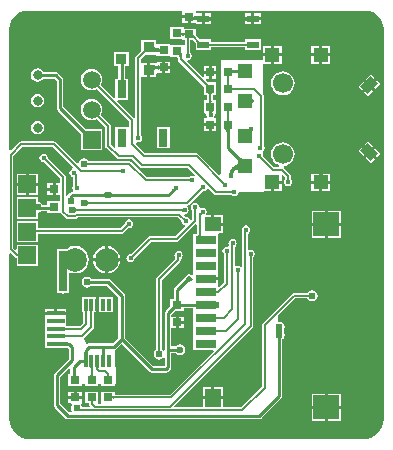
<source format=gbr>
%TF.GenerationSoftware,Altium Limited,Altium Designer,20.0.13 (296)*%
G04 Layer_Physical_Order=2*
G04 Layer_Color=16711680*
%FSLAX25Y25*%
%MOIN*%
%TF.FileFunction,Copper,L2,Bot,Signal*%
%TF.Part,Single*%
G01*
G75*
%TA.AperFunction,SMDPad,CuDef*%
%ADD10R,0.03150X0.02756*%
%ADD12R,0.02756X0.03150*%
%ADD25R,0.03740X0.03543*%
%ADD26R,0.03740X0.03543*%
%TA.AperFunction,Conductor*%
%ADD34C,0.00787*%
%ADD35C,0.00600*%
%ADD36C,0.01000*%
%TA.AperFunction,ViaPad*%
%ADD39C,0.02362*%
%TA.AperFunction,ComponentPad*%
%ADD40R,0.05906X0.05906*%
%ADD41C,0.05906*%
%ADD42C,0.03937*%
%ADD43R,0.05906X0.03150*%
%ADD44O,0.07874X0.04724*%
%TA.AperFunction,ViaPad*%
%ADD45C,0.01968*%
%ADD46C,0.01575*%
%ADD47C,0.02400*%
%ADD48C,0.03150*%
%ADD49C,0.06693*%
%TA.AperFunction,Conductor*%
%ADD50C,0.01181*%
%TA.AperFunction,SMDPad,CuDef*%
%ADD51R,0.03150X0.05906*%
%ADD52R,0.03937X0.02362*%
%TA.AperFunction,ConnectorPad*%
%ADD53R,0.03150X0.02756*%
%TA.AperFunction,SMDPad,CuDef*%
%ADD54R,0.05906X0.05906*%
%ADD55C,0.07874*%
%TA.AperFunction,ConnectorPad*%
%ADD56R,0.05118X0.04724*%
%ADD57R,0.04724X0.05118*%
G04:AMPARAMS|DCode=58|XSize=33.47mil|YSize=47.24mil|CornerRadius=0mil|HoleSize=0mil|Usage=FLASHONLY|Rotation=45.000|XOffset=0mil|YOffset=0mil|HoleType=Round|Shape=Rectangle|*
%AMROTATEDRECTD58*
4,1,4,0.00487,-0.02854,-0.02854,0.00487,-0.00487,0.02854,0.02854,-0.00487,0.00487,-0.02854,0.0*
%
%ADD58ROTATEDRECTD58*%

G04:AMPARAMS|DCode=59|XSize=33.47mil|YSize=47.24mil|CornerRadius=0mil|HoleSize=0mil|Usage=FLASHONLY|Rotation=315.000|XOffset=0mil|YOffset=0mil|HoleType=Round|Shape=Rectangle|*
%AMROTATEDRECTD59*
4,1,4,-0.02854,-0.00487,0.00487,0.02854,0.02854,0.00487,-0.00487,-0.02854,-0.02854,-0.00487,0.0*
%
%ADD59ROTATEDRECTD59*%

%TA.AperFunction,SMDPad,CuDef*%
%ADD60R,0.07087X0.02756*%
%ADD61R,0.05512X0.04724*%
%ADD62R,0.08661X0.08000*%
%ADD63R,0.05512X0.06299*%
%TA.AperFunction,ConnectorPad*%
%ADD64R,0.05906X0.01575*%
%TA.AperFunction,SMDPad,CuDef*%
%ADD65R,0.01260X0.03937*%
%TA.AperFunction,Conductor*%
%ADD66C,0.00984*%
%ADD67R,0.03000X0.13500*%
%ADD68R,0.02000X0.04500*%
%ADD69R,0.02000X0.02000*%
G36*
X62561Y142547D02*
X62591Y142462D01*
X62642Y142387D01*
X62713Y142322D01*
X62804Y142267D01*
X62915Y142222D01*
X63047Y142187D01*
X63181Y142165D01*
X63286Y142174D01*
X63416Y142199D01*
X63526Y142231D01*
X63616Y142271D01*
X63686Y142317D01*
X63736Y142371D01*
X63766Y142432D01*
X63776Y142500D01*
X63788Y140642D01*
X63777Y140737D01*
X63746Y140822D01*
X63695Y140897D01*
X63624Y140962D01*
X63533Y141017D01*
X63422Y141062D01*
X63291Y141097D01*
X63169Y141117D01*
X63047Y141097D01*
X62915Y141062D01*
X62804Y141017D01*
X62713Y140962D01*
X62642Y140897D01*
X62591Y140822D01*
X62561Y140737D01*
X62551Y140642D01*
Y142642D01*
X62561Y142547D01*
D02*
G37*
G36*
X120000Y143878D02*
X121147Y143765D01*
X122249Y143431D01*
X123266Y142888D01*
X124157Y142157D01*
X124888Y141266D01*
X125431Y140250D01*
X125765Y139147D01*
X125878Y138000D01*
X125878D01*
Y8000D01*
X125878Y8000D01*
X125878D01*
X125835Y7510D01*
X125751Y6657D01*
X125359Y5366D01*
X124723Y4176D01*
X123867Y3133D01*
X122824Y2277D01*
X121634Y1641D01*
X120343Y1249D01*
X119016Y1118D01*
X119000Y1122D01*
X8000D01*
X7984Y1118D01*
X6657Y1249D01*
X5366Y1641D01*
X4176Y2277D01*
X3133Y3133D01*
X2277Y4176D01*
X1641Y5366D01*
X1249Y6657D01*
X1118Y7984D01*
X1122Y8000D01*
Y62927D01*
X1584Y63119D01*
X2879Y61824D01*
X3176Y61625D01*
X3373Y61585D01*
X3513Y61523D01*
X3518Y61523D01*
Y58920D01*
X10624D01*
Y66025D01*
X3518D01*
Y64433D01*
X3056Y64241D01*
X2418Y64880D01*
Y95620D01*
X5380Y98582D01*
X15620D01*
X22315Y91887D01*
X22150Y91345D01*
X21959Y91307D01*
X21500Y91000D01*
X21193Y90541D01*
X21085Y90000D01*
X21193Y89459D01*
X21500Y89000D01*
X21959Y88693D01*
X22396Y88606D01*
Y85845D01*
X22193Y85541D01*
X22085Y85000D01*
X22193Y84459D01*
X22418Y84122D01*
X22266Y83708D01*
X22197Y83622D01*
X22000D01*
X22000Y83622D01*
X21571Y83536D01*
X21207Y83293D01*
X21207Y83293D01*
X20707Y82793D01*
X20464Y82429D01*
X20418Y82197D01*
X19918Y82246D01*
Y88500D01*
X19848Y88851D01*
X19649Y89149D01*
X13895Y94902D01*
X13915Y95000D01*
X13807Y95541D01*
X13500Y96000D01*
X13041Y96307D01*
X12500Y96415D01*
X11959Y96307D01*
X11500Y96000D01*
X11193Y95541D01*
X11085Y95000D01*
X11193Y94459D01*
X11500Y94000D01*
X11959Y93693D01*
X12500Y93585D01*
X12597Y93605D01*
X18082Y88120D01*
Y86431D01*
X16500D01*
Y84453D01*
Y82475D01*
X18082D01*
Y80525D01*
X13825D01*
Y79342D01*
X12102D01*
X11798Y79798D01*
X11202Y80196D01*
X10624Y80311D01*
Y81773D01*
X3518D01*
Y74668D01*
X10624D01*
Y76689D01*
X11202Y76804D01*
X11643Y77099D01*
X13825D01*
Y76569D01*
X18175D01*
X18351Y76351D01*
X19951Y74751D01*
X20249Y74552D01*
X20600Y74482D01*
X22870D01*
X23221Y74552D01*
X23519Y74751D01*
X23850Y75082D01*
X57423D01*
X58506Y73999D01*
X58487Y73901D01*
X58595Y73360D01*
X58901Y72901D01*
X59360Y72595D01*
X59552Y72557D01*
X59716Y72014D01*
X56463Y68761D01*
X47843D01*
X47492Y68691D01*
X47194Y68492D01*
X41598Y62895D01*
X41500Y62915D01*
X40959Y62807D01*
X40500Y62500D01*
X40193Y62041D01*
X40085Y61500D01*
X40193Y60959D01*
X40500Y60500D01*
X40959Y60193D01*
X41500Y60085D01*
X42041Y60193D01*
X42500Y60500D01*
X42807Y60959D01*
X42915Y61500D01*
X42895Y61598D01*
X48223Y66926D01*
X56843D01*
X57194Y66996D01*
X57492Y67194D01*
X63120Y72823D01*
X63582Y72631D01*
Y69699D01*
X63551Y69628D01*
X63551Y69624D01*
X62357D01*
Y65793D01*
X62357Y65668D01*
Y65293D01*
X62357Y65168D01*
Y61462D01*
X62357Y61337D01*
Y60962D01*
X62357Y60837D01*
Y57131D01*
X62357Y57006D01*
Y56631D01*
X62357Y56506D01*
Y56100D01*
X61857Y55833D01*
X61618Y55992D01*
X61000Y56115D01*
X60382Y55992D01*
X59858Y55642D01*
X59508Y55118D01*
X59502Y55088D01*
X56207Y51793D01*
X55964Y51429D01*
X55878Y51000D01*
X55878Y51000D01*
Y47931D01*
X54825D01*
Y45561D01*
X53207Y43943D01*
X52964Y43579D01*
X52878Y43150D01*
X52878Y43150D01*
Y30829D01*
X52378Y30677D01*
X52298Y30798D01*
X51918Y31052D01*
Y54120D01*
X57962Y60165D01*
X58161Y60462D01*
X58231Y60813D01*
Y61320D01*
X58500Y61500D01*
X58807Y61959D01*
X58915Y62500D01*
X58807Y63041D01*
X58500Y63500D01*
X58041Y63807D01*
X57500Y63915D01*
X56959Y63807D01*
X56500Y63500D01*
X56193Y63041D01*
X56085Y62500D01*
X56193Y61959D01*
X56396Y61655D01*
Y61194D01*
X50351Y55149D01*
X50152Y54851D01*
X50082Y54500D01*
Y31052D01*
X49702Y30798D01*
X49304Y30202D01*
X49165Y29500D01*
X49304Y28798D01*
X49702Y28202D01*
X50298Y27804D01*
X51000Y27665D01*
X51702Y27804D01*
X52298Y28202D01*
X52378Y28323D01*
X52878Y28171D01*
Y25622D01*
X48965D01*
X39622Y34965D01*
Y49000D01*
X39622Y49000D01*
X39536Y49429D01*
X39293Y49793D01*
X39293Y49793D01*
X34830Y54256D01*
X34466Y54499D01*
X34037Y54585D01*
X34037Y54584D01*
X28440D01*
X28298Y54798D01*
X27702Y55196D01*
X27000Y55335D01*
X26298Y55196D01*
X25702Y54798D01*
X25304Y54202D01*
X25165Y53500D01*
X25304Y52798D01*
X25702Y52202D01*
X26298Y51804D01*
X27000Y51665D01*
X27702Y51804D01*
X28298Y52202D01*
X28391Y52341D01*
X33572D01*
X37378Y48535D01*
Y34965D01*
X35535Y33122D01*
X27500D01*
X27071Y33036D01*
X26789Y33102D01*
X25891Y34659D01*
X26090Y34792D01*
X29117Y37820D01*
X29316Y38117D01*
X29386Y38469D01*
Y43356D01*
X29418Y43427D01*
X29418Y43431D01*
X29937D01*
Y46000D01*
Y48568D01*
X25270D01*
Y44154D01*
X25254Y44125D01*
X25265Y44089D01*
X25251Y44056D01*
X25270Y44008D01*
Y43431D01*
X25551D01*
X25551Y43427D01*
X25582Y43356D01*
Y39880D01*
X24620Y38918D01*
X20219D01*
X20148Y38949D01*
X20143Y38949D01*
Y41946D01*
X20143D01*
Y42618D01*
X16590D01*
X13038D01*
Y41731D01*
X13038D01*
Y39172D01*
Y36613D01*
Y34054D01*
Y31495D01*
X19370D01*
X19409Y31469D01*
X19472Y31482D01*
X19531Y31457D01*
X19622Y31495D01*
X20143D01*
Y31495D01*
X20448Y31544D01*
X20878Y31177D01*
Y27965D01*
X16207Y23293D01*
X15964Y22929D01*
X15878Y22500D01*
X15879Y22500D01*
Y12500D01*
X15878Y12500D01*
X15964Y12071D01*
X16207Y11707D01*
X19707Y8207D01*
X19707Y8207D01*
X20071Y7964D01*
X20500Y7878D01*
X20500Y7878D01*
X84480D01*
X84480Y7878D01*
X84909Y7964D01*
X85273Y8207D01*
X91793Y14727D01*
X91793Y14727D01*
X92036Y15091D01*
X92122Y15520D01*
X92122Y15520D01*
Y34401D01*
X92459Y34541D01*
X92649Y35000D01*
Y35229D01*
X92696Y35298D01*
X92835Y36000D01*
X92696Y36702D01*
X92649Y36771D01*
Y37729D01*
X92696Y37798D01*
X92835Y38500D01*
X92696Y39202D01*
X92649Y39271D01*
Y39500D01*
X92459Y39959D01*
X92000Y40149D01*
X91771D01*
X91702Y40196D01*
X91000Y40335D01*
X90915Y40318D01*
X90526Y40632D01*
X90500Y42000D01*
X90711Y42413D01*
X96380Y48082D01*
X100448D01*
X100702Y47702D01*
X101298Y47304D01*
X102000Y47165D01*
X102702Y47304D01*
X103298Y47702D01*
X103696Y48298D01*
X103835Y49000D01*
X103696Y49702D01*
X103298Y50298D01*
X102702Y50696D01*
X102000Y50835D01*
X101298Y50696D01*
X100702Y50298D01*
X100448Y49918D01*
X96000D01*
X95649Y49848D01*
X95351Y49649D01*
X85559Y39857D01*
X85360Y39559D01*
X85291Y39208D01*
Y18588D01*
X78420Y11718D01*
X72324D01*
Y14390D01*
X68968D01*
X65613D01*
Y11718D01*
X56169D01*
X55977Y12180D01*
X82149Y38351D01*
X82348Y38649D01*
X82418Y39000D01*
Y61945D01*
X82500Y62000D01*
X82807Y62459D01*
X82915Y63000D01*
X82807Y63541D01*
X82500Y64000D01*
X82041Y64307D01*
X81500Y64415D01*
X81018Y64319D01*
X80849Y64366D01*
X80518Y64543D01*
Y69688D01*
X80541Y69693D01*
X81000Y70000D01*
X81307Y70459D01*
X81415Y71000D01*
X81307Y71541D01*
X81000Y72000D01*
X80541Y72307D01*
X80000Y72415D01*
X79459Y72307D01*
X79000Y72000D01*
X78693Y71541D01*
X78585Y71000D01*
X78682Y70513D01*
Y58830D01*
X78675Y58823D01*
X78182Y58609D01*
X77886Y58807D01*
X77344Y58915D01*
X76818Y58810D01*
X76802Y58807D01*
X76318Y59084D01*
Y65378D01*
X76500Y65500D01*
X76807Y65959D01*
X76915Y66500D01*
X76807Y67041D01*
X76500Y67500D01*
X76041Y67807D01*
X75500Y67915D01*
X74959Y67807D01*
X74500Y67500D01*
X74193Y67041D01*
X74085Y66500D01*
X74193Y65959D01*
X74325Y65761D01*
X74060Y65313D01*
X73982Y65291D01*
X73500Y65387D01*
X72959Y65279D01*
X72500Y64973D01*
X72193Y64514D01*
X72085Y63973D01*
X72193Y63431D01*
X72500Y62972D01*
X72582Y62917D01*
Y53380D01*
X71105Y51903D01*
X70997Y51948D01*
X70643Y52301D01*
Y52676D01*
X70643D01*
Y54154D01*
X66500D01*
Y55154D01*
X70643D01*
Y56506D01*
X70643Y56631D01*
Y57006D01*
X70643Y57131D01*
Y60837D01*
X70643Y60962D01*
Y61337D01*
X70643Y61462D01*
Y65168D01*
X70643Y65293D01*
Y65668D01*
X70643Y65793D01*
Y69624D01*
X71070Y69802D01*
X72324D01*
Y72264D01*
X68968D01*
Y72764D01*
X68468D01*
Y75726D01*
X66919D01*
X66651Y76226D01*
X66807Y76459D01*
X66915Y77000D01*
X66807Y77541D01*
X66500Y78000D01*
X66041Y78307D01*
X65500Y78415D01*
X64959Y78307D01*
X64875Y78251D01*
X64415Y78500D01*
X64307Y79041D01*
X64000Y79500D01*
X63541Y79807D01*
X63000Y79915D01*
X62459Y79807D01*
X62000Y79500D01*
X61693Y79041D01*
X61585Y78500D01*
X61693Y77959D01*
X62000Y77500D01*
X62082Y77444D01*
Y74444D01*
X61692Y74116D01*
X61247Y74251D01*
X61208Y74443D01*
X60902Y74902D01*
X60443Y75208D01*
X59901Y75316D01*
X59859Y75308D01*
X59562Y75569D01*
X59494Y75645D01*
X59685Y76122D01*
X60041Y76193D01*
X60500Y76500D01*
X60807Y76959D01*
X60915Y77500D01*
X60807Y78041D01*
X60500Y78500D01*
X60377Y78582D01*
X60384Y78817D01*
X60498Y79103D01*
X60743Y79152D01*
X61041Y79351D01*
X65619Y83930D01*
X65807Y83892D01*
X66348Y84000D01*
X66807Y84307D01*
X66960Y84535D01*
X67560Y84642D01*
X69351Y82851D01*
X69649Y82652D01*
X70000Y82582D01*
X75066D01*
X75121Y82500D01*
X75581Y82193D01*
X76122Y82085D01*
X76663Y82193D01*
X77122Y82500D01*
X77429Y82959D01*
X77536Y83500D01*
X85196Y83500D01*
X85519Y83500D01*
X85904Y83778D01*
X88240D01*
Y86740D01*
X88740D01*
Y87240D01*
X91899D01*
Y89096D01*
X92399Y89303D01*
X93082Y88620D01*
Y88055D01*
X93000Y88000D01*
X92693Y87541D01*
X92585Y87000D01*
X92693Y86459D01*
X93000Y86000D01*
X93459Y85693D01*
X94000Y85585D01*
X94541Y85693D01*
X95000Y86000D01*
X95307Y86459D01*
X95415Y87000D01*
X95307Y87541D01*
X95000Y88000D01*
X94918Y88055D01*
Y89000D01*
X94848Y89351D01*
X94649Y89649D01*
X92649Y91649D01*
X92520Y91735D01*
X92641Y92256D01*
X93314Y92344D01*
X94274Y92742D01*
X95098Y93374D01*
X95731Y94199D01*
X96128Y95159D01*
X96264Y96189D01*
X96128Y97219D01*
X95731Y98179D01*
X95098Y99004D01*
X94274Y99636D01*
X93314Y100034D01*
X92283Y100170D01*
X91253Y100034D01*
X90293Y99636D01*
X89469Y99004D01*
X88836Y98179D01*
X88439Y97219D01*
X88303Y96189D01*
X88439Y95159D01*
X88836Y94199D01*
X89469Y93374D01*
X90293Y92742D01*
X91076Y92418D01*
X90976Y91918D01*
X89252D01*
X85767Y95402D01*
X85786Y95500D01*
X85679Y96041D01*
X85519Y96281D01*
Y96971D01*
X85825Y97176D01*
X86131Y97634D01*
X86239Y98176D01*
X86131Y98717D01*
X85918Y99037D01*
Y115500D01*
X85848Y115851D01*
X85649Y116149D01*
X85519Y116279D01*
Y125823D01*
X85581Y126298D01*
X86019Y126298D01*
X88240D01*
Y128760D01*
X85581D01*
Y127974D01*
X85519Y127500D01*
X85081Y127500D01*
X71500D01*
Y89451D01*
X71038Y89260D01*
X64149Y96149D01*
X63851Y96348D01*
X63500Y96418D01*
X46380D01*
X43239Y99558D01*
X43269Y99760D01*
X43271Y99765D01*
X43820Y100121D01*
X44000Y100085D01*
X44541Y100193D01*
X45000Y100500D01*
X45307Y100959D01*
X45415Y101500D01*
X45307Y102041D01*
X45000Y102500D01*
X44918Y102556D01*
Y121487D01*
X45156Y121888D01*
X45418Y121888D01*
X47126D01*
Y124260D01*
Y126631D01*
X45418D01*
X45156Y126631D01*
X44918Y127033D01*
Y127832D01*
X46454Y129368D01*
X49351D01*
X49412Y129335D01*
X49451Y129346D01*
X49488Y129331D01*
X49577Y129368D01*
X50096D01*
X50325Y128975D01*
X54597Y128975D01*
X54825Y128569D01*
X54903Y128569D01*
X54903Y128569D01*
X57129D01*
X57135Y128508D01*
X57138Y128377D01*
X57168Y128310D01*
Y127866D01*
X57245Y127478D01*
X57465Y127150D01*
X66069Y118545D01*
Y115825D01*
X66996D01*
X67001Y115765D01*
X67004Y115633D01*
X67034Y115566D01*
Y114434D01*
X67004Y114367D01*
X67001Y114238D01*
X66995Y114175D01*
X66069D01*
Y109825D01*
X66373D01*
X66783Y109325D01*
X66773Y109273D01*
X66881Y108732D01*
X66918Y108675D01*
X66651Y108175D01*
X66069D01*
Y106500D01*
X68047D01*
X70025D01*
Y108175D01*
X69724D01*
X69456Y108675D01*
X69494Y108732D01*
X69602Y109273D01*
X69592Y109325D01*
X70002Y109825D01*
X70025D01*
Y114175D01*
X69099D01*
X69094Y114238D01*
X69090Y114367D01*
X69060Y114434D01*
Y115566D01*
X69090Y115633D01*
X69094Y115765D01*
X69099Y115825D01*
X70025D01*
Y120175D01*
X67305D01*
X66617Y120863D01*
X66808Y121325D01*
X67547D01*
Y123000D01*
X66069D01*
Y122064D01*
X65607Y121873D01*
X60381Y127099D01*
X60440Y127342D01*
X60585Y127602D01*
X61041Y127693D01*
X61500Y128000D01*
X61807Y128459D01*
X61915Y129000D01*
X61807Y129541D01*
X61500Y130000D01*
X61418Y130055D01*
Y133993D01*
X61449Y134064D01*
X61449Y134069D01*
X62247D01*
X63164Y133153D01*
Y130888D01*
X66912D01*
X67001Y130871D01*
X67089Y130888D01*
X68301D01*
Y131720D01*
X68305Y131720D01*
X68376Y131752D01*
X79624D01*
X79694Y131720D01*
X79699Y131720D01*
Y130888D01*
X84836D01*
Y134450D01*
X79699D01*
Y133619D01*
X79694Y133618D01*
X79624Y133587D01*
X68376D01*
X68305Y133618D01*
X68301Y133619D01*
Y134450D01*
X64461D01*
X63175Y135737D01*
Y138025D01*
X59175D01*
Y138431D01*
X54825D01*
Y134475D01*
X58825D01*
Y134069D01*
X59551D01*
X59551Y134064D01*
X59582Y133993D01*
Y132748D01*
X59175Y132525D01*
X54903Y132525D01*
X54675Y132931D01*
X54597Y132931D01*
X54597Y132931D01*
X50325D01*
X50096Y133336D01*
Y134112D01*
X45156D01*
Y130666D01*
X43351Y128861D01*
X43152Y128564D01*
X43082Y128213D01*
Y108400D01*
X42851Y108266D01*
X42582Y108215D01*
X37012Y113785D01*
X37204Y114247D01*
X40775D01*
Y121353D01*
X39722D01*
Y125628D01*
X40844D01*
Y130372D01*
X35904D01*
Y125628D01*
X37478D01*
Y121353D01*
X36425D01*
Y115026D01*
X35963Y114834D01*
X31597Y119200D01*
X31603Y119208D01*
X31961Y120073D01*
X32083Y121000D01*
X31961Y121927D01*
X31603Y122792D01*
X31034Y123534D01*
X30292Y124103D01*
X29427Y124461D01*
X28500Y124583D01*
X27573Y124461D01*
X26708Y124103D01*
X25966Y123534D01*
X25397Y122792D01*
X25039Y121927D01*
X24917Y121000D01*
X25039Y120073D01*
X25397Y119208D01*
X25966Y118466D01*
X26708Y117897D01*
X27573Y117539D01*
X28500Y117417D01*
X29427Y117539D01*
X30292Y117897D01*
X30300Y117903D01*
X41082Y107120D01*
Y105556D01*
X40785Y105179D01*
X40582Y105179D01*
X36435D01*
Y98569D01*
X35935Y98362D01*
X34918Y99380D01*
Y105500D01*
X34848Y105851D01*
X34649Y106149D01*
X31597Y109200D01*
X31603Y109208D01*
X31961Y110073D01*
X32083Y111000D01*
X31961Y111927D01*
X31603Y112792D01*
X31034Y113534D01*
X30292Y114103D01*
X29427Y114461D01*
X28500Y114583D01*
X27573Y114461D01*
X26708Y114103D01*
X25966Y113534D01*
X25397Y112792D01*
X25039Y111927D01*
X24917Y111000D01*
X25039Y110073D01*
X25397Y109208D01*
X25966Y108466D01*
X26708Y107897D01*
X27573Y107539D01*
X28500Y107417D01*
X29427Y107539D01*
X30292Y107897D01*
X30300Y107903D01*
X33082Y105120D01*
Y99000D01*
X33152Y98649D01*
X33351Y98351D01*
X36851Y94851D01*
X37149Y94652D01*
X37500Y94582D01*
X41886D01*
X44617Y91851D01*
X44915Y91652D01*
X45266Y91582D01*
X60620D01*
X62873Y89329D01*
X62768Y88727D01*
X62705Y88698D01*
X62541Y88807D01*
X62000Y88915D01*
X61459Y88807D01*
X61000Y88500D01*
X60944Y88418D01*
X46880D01*
X41649Y93649D01*
X41351Y93848D01*
X41000Y93918D01*
X27552D01*
X27298Y94298D01*
X26702Y94696D01*
X26000Y94835D01*
X25298Y94696D01*
X24702Y94298D01*
X24304Y93702D01*
X24221Y93284D01*
X23679Y93119D01*
X16649Y100149D01*
X16351Y100348D01*
X16000Y100418D01*
X5000D01*
X4649Y100348D01*
X4351Y100149D01*
X1584Y97381D01*
X1122Y97573D01*
Y138000D01*
X1122D01*
X1235Y139147D01*
X1569Y140250D01*
X2112Y141266D01*
X2843Y142157D01*
X3734Y142888D01*
X4750Y143431D01*
X5853Y143765D01*
X7000Y143878D01*
Y143878D01*
X58825D01*
Y142453D01*
X61000D01*
Y141953D01*
X61500D01*
Y139975D01*
X63164D01*
Y139550D01*
X65232D01*
Y141331D01*
Y143112D01*
X63175D01*
Y143878D01*
X120000D01*
Y143878D01*
D02*
G37*
G36*
X59437Y135447D02*
X59431Y135504D01*
X59413Y135555D01*
X59383Y135600D01*
X59341Y135639D01*
X59287Y135672D01*
X59221Y135699D01*
X59143Y135720D01*
X59053Y135735D01*
X58998Y135740D01*
X58943Y135735D01*
X58851Y135720D01*
X58771Y135699D01*
X58704Y135672D01*
X58649Y135639D01*
X58606Y135600D01*
X58575Y135555D01*
X58557Y135504D01*
X58551Y135447D01*
Y136647D01*
X58557Y136590D01*
X58575Y136539D01*
X58606Y136494D01*
X58649Y136455D01*
X58704Y136422D01*
X58771Y136395D01*
X58851Y136374D01*
X58943Y136359D01*
X58998Y136354D01*
X59053Y136359D01*
X59143Y136374D01*
X59221Y136395D01*
X59287Y136422D01*
X59341Y136455D01*
X59383Y136494D01*
X59413Y136539D01*
X59431Y136590D01*
X59437Y136647D01*
Y135447D01*
D02*
G37*
G36*
X61043Y134687D02*
X60992Y134669D01*
X60947Y134638D01*
X60908Y134595D01*
X60875Y134540D01*
X60848Y134473D01*
X60827Y134393D01*
X60812Y134302D01*
X60803Y134198D01*
X60800Y134081D01*
X60200D01*
X60197Y134198D01*
X60188Y134302D01*
X60173Y134393D01*
X60152Y134473D01*
X60125Y134540D01*
X60092Y134595D01*
X60053Y134638D01*
X60008Y134669D01*
X59957Y134687D01*
X59900Y134693D01*
X61100D01*
X61043Y134687D01*
D02*
G37*
G36*
X80323Y132069D02*
X80317Y132126D01*
X80299Y132177D01*
X80268Y132222D01*
X80225Y132261D01*
X80170Y132294D01*
X80103Y132321D01*
X80023Y132342D01*
X79931Y132357D01*
X79827Y132366D01*
X79711Y132369D01*
Y132969D01*
X79827Y132972D01*
X79931Y132981D01*
X80023Y132996D01*
X80103Y133017D01*
X80170Y133044D01*
X80225Y133077D01*
X80268Y133116D01*
X80299Y133161D01*
X80317Y133212D01*
X80323Y133269D01*
Y132069D01*
D02*
G37*
G36*
X67683Y133212D02*
X67701Y133161D01*
X67732Y133116D01*
X67775Y133077D01*
X67830Y133044D01*
X67897Y133017D01*
X67977Y132996D01*
X68068Y132981D01*
X68173Y132972D01*
X68289Y132969D01*
Y132369D01*
X68173Y132366D01*
X68068Y132357D01*
X67977Y132342D01*
X67897Y132321D01*
X67830Y132294D01*
X67775Y132261D01*
X67732Y132222D01*
X67701Y132177D01*
X67683Y132126D01*
X67677Y132069D01*
Y133269D01*
X67683Y133212D01*
D02*
G37*
G36*
X50949Y129953D02*
X50939Y130048D01*
X50909Y130133D01*
X50858Y130208D01*
X50787Y130273D01*
X50696Y130328D01*
X50585Y130373D01*
X50453Y130408D01*
X50301Y130433D01*
X50208Y130441D01*
X50124Y130434D01*
X49974Y130410D01*
X49844Y130377D01*
X49734Y130335D01*
X49644Y130283D01*
X49574Y130221D01*
X49524Y130150D01*
X49494Y130070D01*
X49484Y129981D01*
X49472Y131953D01*
X49483Y131858D01*
X49514Y131773D01*
X49564Y131698D01*
X49635Y131633D01*
X49727Y131578D01*
X49838Y131533D01*
X49969Y131498D01*
X50121Y131473D01*
X50211Y131465D01*
X50301Y131473D01*
X50453Y131498D01*
X50585Y131533D01*
X50696Y131578D01*
X50787Y131633D01*
X50858Y131698D01*
X50909Y131773D01*
X50939Y131858D01*
X50949Y131953D01*
Y129953D01*
D02*
G37*
G36*
X58563Y129181D02*
X58565Y129173D01*
X58567Y129150D01*
X58572Y128984D01*
X58575Y128394D01*
X57787D01*
X57784Y128545D01*
X57772Y128680D01*
X57752Y128800D01*
X57724Y128904D01*
X57689Y128991D01*
X57646Y129063D01*
X57595Y129120D01*
X57535Y129160D01*
X57468Y129185D01*
X57394Y129193D01*
X58563Y129181D01*
D02*
G37*
G36*
X77347Y122764D02*
X77337Y122857D01*
X77307Y122941D01*
X77257Y123015D01*
X77187Y123079D01*
X77098Y123133D01*
X76988Y123177D01*
X76859Y123212D01*
X76709Y123236D01*
X76540Y123251D01*
X76351Y123256D01*
Y124240D01*
X76540Y124245D01*
X76709Y124260D01*
X76859Y124284D01*
X76988Y124319D01*
X77098Y124363D01*
X77187Y124417D01*
X77257Y124481D01*
X77307Y124555D01*
X77337Y124639D01*
X77347Y124732D01*
Y122764D01*
D02*
G37*
G36*
X75317Y124639D02*
X75347Y124555D01*
X75396Y124481D01*
X75466Y124417D01*
X75556Y124363D01*
X75665Y124319D01*
X75795Y124284D01*
X75944Y124260D01*
X76114Y124245D01*
X76303Y124240D01*
Y123256D01*
X76114Y123251D01*
X75944Y123236D01*
X75795Y123212D01*
X75665Y123177D01*
X75556Y123133D01*
X75466Y123079D01*
X75396Y123015D01*
X75347Y122941D01*
X75317Y122857D01*
X75307Y122764D01*
Y124732D01*
X75317Y124639D01*
D02*
G37*
G36*
X74292Y123133D02*
X74284Y123096D01*
X74276Y123040D01*
X74265Y122871D01*
X74253Y122126D01*
X73653D01*
X73605Y123152D01*
X74301D01*
X74292Y123133D01*
D02*
G37*
G36*
X74496Y121943D02*
X74445Y121925D01*
X74400Y121894D01*
X74361Y121851D01*
X74328Y121796D01*
X74301Y121729D01*
X74280Y121649D01*
X74265Y121557D01*
X74256Y121453D01*
X74253Y121337D01*
X73653D01*
X73650Y121453D01*
X73641Y121557D01*
X73626Y121649D01*
X73605Y121729D01*
X73578Y121796D01*
X73545Y121851D01*
X73506Y121894D01*
X73461Y121925D01*
X73410Y121943D01*
X73353Y121949D01*
X74553D01*
X74496Y121943D01*
D02*
G37*
G36*
X74256Y120049D02*
X74265Y119947D01*
X74280Y119857D01*
X74301Y119779D01*
X74328Y119713D01*
X74361Y119659D01*
X74400Y119617D01*
X74445Y119587D01*
X74496Y119569D01*
X74553Y119563D01*
X73353D01*
X73410Y119569D01*
X73461Y119587D01*
X73506Y119617D01*
X73545Y119659D01*
X73578Y119713D01*
X73605Y119779D01*
X73626Y119857D01*
X73641Y119947D01*
X73650Y120049D01*
X73653Y120163D01*
X74253D01*
X74256Y120049D01*
D02*
G37*
G36*
X75313Y118394D02*
X75331Y118343D01*
X75362Y118298D01*
X75405Y118260D01*
X75460Y118227D01*
X75527Y118200D01*
X75607Y118178D01*
X75698Y118164D01*
X75802Y118155D01*
X75919Y118151D01*
Y117552D01*
X75802Y117549D01*
X75698Y117540D01*
X75607Y117525D01*
X75527Y117503D01*
X75460Y117476D01*
X75405Y117444D01*
X75362Y117404D01*
X75331Y117359D01*
X75313Y117308D01*
X75307Y117252D01*
Y118451D01*
X75313Y118394D01*
D02*
G37*
G36*
X68760Y116441D02*
X68693Y116417D01*
X68634Y116377D01*
X68583Y116321D01*
X68539Y116249D01*
X68504Y116161D01*
X68476Y116058D01*
X68457Y115938D01*
X68445Y115802D01*
X68441Y115650D01*
X67654D01*
X67650Y115802D01*
X67638Y115938D01*
X67618Y116058D01*
X67590Y116161D01*
X67555Y116249D01*
X67512Y116321D01*
X67461Y116377D01*
X67402Y116417D01*
X67335Y116441D01*
X67260Y116449D01*
X68835D01*
X68760Y116441D01*
D02*
G37*
G36*
X68445Y114201D02*
X68457Y114067D01*
X68476Y113949D01*
X68504Y113846D01*
X68539Y113760D01*
X68583Y113689D01*
X68634Y113634D01*
X68693Y113594D01*
X68760Y113571D01*
X68835Y113563D01*
X67260D01*
X67335Y113571D01*
X67402Y113594D01*
X67461Y113634D01*
X67512Y113689D01*
X67555Y113760D01*
X67590Y113846D01*
X67618Y113949D01*
X67638Y114067D01*
X67650Y114201D01*
X67654Y114350D01*
X68441D01*
X68445Y114201D01*
D02*
G37*
G36*
X74496Y110443D02*
X74445Y110425D01*
X74400Y110394D01*
X74361Y110351D01*
X74328Y110296D01*
X74301Y110229D01*
X74280Y110149D01*
X74265Y110057D01*
X74256Y109953D01*
X74253Y109837D01*
X73653D01*
X73650Y109953D01*
X73641Y110057D01*
X73626Y110149D01*
X73605Y110229D01*
X73578Y110296D01*
X73545Y110351D01*
X73506Y110394D01*
X73461Y110425D01*
X73410Y110443D01*
X73353Y110449D01*
X74553D01*
X74496Y110443D01*
D02*
G37*
G36*
X68900Y110441D02*
X68833Y110417D01*
X68774Y110377D01*
X68723Y110321D01*
X68680Y110249D01*
X68644Y110161D01*
X68619Y110067D01*
X68621Y110060D01*
X68638Y110004D01*
X68658Y109953D01*
X68682Y109908D01*
X68709Y109869D01*
X68739Y109835D01*
X68588D01*
X68585Y109802D01*
X68581Y109650D01*
X67794D01*
X67790Y109802D01*
X67787Y109835D01*
X67636D01*
X67666Y109869D01*
X67693Y109908D01*
X67717Y109953D01*
X67737Y110004D01*
X67754Y110060D01*
X67756Y110067D01*
X67731Y110161D01*
X67695Y110249D01*
X67652Y110321D01*
X67601Y110377D01*
X67542Y110417D01*
X67475Y110441D01*
X67400Y110449D01*
X68975D01*
X68900Y110441D01*
D02*
G37*
G36*
X74256Y108049D02*
X74265Y107947D01*
X74280Y107857D01*
X74301Y107779D01*
X74328Y107713D01*
X74361Y107659D01*
X74400Y107617D01*
X74445Y107587D01*
X74496Y107569D01*
X74553Y107563D01*
X73353D01*
X73410Y107569D01*
X73461Y107587D01*
X73506Y107617D01*
X73545Y107659D01*
X73578Y107713D01*
X73605Y107779D01*
X73626Y107857D01*
X73641Y107947D01*
X73650Y108049D01*
X73653Y108163D01*
X74253D01*
X74256Y108049D01*
D02*
G37*
G36*
X74301Y106348D02*
X73605D01*
X73614Y106367D01*
X73622Y106404D01*
X73629Y106460D01*
X73641Y106629D01*
X73653Y107374D01*
X74253D01*
X74301Y106348D01*
D02*
G37*
G36*
X74844Y104439D02*
X74760Y104409D01*
X74686Y104359D01*
X74622Y104290D01*
X74568Y104200D01*
X74524Y104091D01*
X74489Y103961D01*
X74465Y103812D01*
X74450Y103642D01*
X74445Y103453D01*
X73461D01*
X73456Y103642D01*
X73441Y103812D01*
X73416Y103961D01*
X73382Y104091D01*
X73338Y104200D01*
X73283Y104290D01*
X73220Y104359D01*
X73146Y104409D01*
X73062Y104439D01*
X72969Y104449D01*
X74937D01*
X74844Y104439D01*
D02*
G37*
G36*
X77538Y95299D02*
X77901Y94990D01*
X78061Y94878D01*
X78208Y94793D01*
X78340Y94736D01*
X78458Y94707D01*
X78562Y94706D01*
X78651Y94732D01*
X78727Y94787D01*
X77347Y93407D01*
X77401Y93483D01*
X77428Y93572D01*
X77427Y93676D01*
X77398Y93794D01*
X77341Y93926D01*
X77256Y94072D01*
X77144Y94233D01*
X77003Y94407D01*
X76639Y94799D01*
X77335Y95495D01*
X77538Y95299D01*
D02*
G37*
G36*
X77347Y90804D02*
X77337Y90906D01*
X77307Y90986D01*
X77257Y91045D01*
X77188Y91083D01*
X77098Y91099D01*
X76988Y91095D01*
X76859Y91069D01*
X76710Y91021D01*
X76540Y90952D01*
X76351Y90863D01*
X76249Y92279D01*
X76458Y92390D01*
X76809Y92616D01*
X76952Y92730D01*
X77072Y92845D01*
X77171Y92962D01*
X77248Y93079D01*
X77303Y93197D01*
X77336Y93316D01*
X77347Y93436D01*
Y90804D01*
D02*
G37*
G36*
X38582Y90093D02*
X38531Y90141D01*
X38478Y90183D01*
X38421Y90221D01*
X38361Y90254D01*
X38299Y90281D01*
X38234Y90304D01*
X38166Y90321D01*
X38095Y90334D01*
X38021Y90342D01*
X37944Y90344D01*
Y90944D01*
X38021Y90947D01*
X38095Y90954D01*
X38166Y90967D01*
X38234Y90984D01*
X38299Y91007D01*
X38361Y91035D01*
X38421Y91067D01*
X38478Y91105D01*
X38531Y91148D01*
X38582Y91195D01*
Y90093D01*
D02*
G37*
G36*
X23266Y89800D02*
X23269Y89767D01*
X23279Y89731D01*
X23295Y89692D01*
X23317Y89651D01*
X23346Y89606D01*
X23381Y89559D01*
X23471Y89455D01*
X23526Y89399D01*
X23101Y88974D01*
X23045Y89029D01*
X22941Y89119D01*
X22894Y89154D01*
X22849Y89183D01*
X22808Y89205D01*
X22769Y89221D01*
X22733Y89231D01*
X22700Y89234D01*
X22670Y89231D01*
X23269Y89830D01*
X23266Y89800D01*
D02*
G37*
G36*
X56492Y84213D02*
X56475Y84210D01*
X56453Y84200D01*
X56426Y84183D01*
X56393Y84160D01*
X56313Y84094D01*
X56211Y84001D01*
X56089Y83882D01*
X55382Y84589D01*
X55445Y84653D01*
X55683Y84926D01*
X55700Y84953D01*
X55709Y84975D01*
X55713Y84992D01*
X56492Y84213D01*
D02*
G37*
G36*
X34927Y83275D02*
X35002Y83218D01*
X35083Y83167D01*
X35170Y83122D01*
X35262Y83085D01*
X35360Y83054D01*
X35464Y83031D01*
X35574Y83014D01*
X35690Y83003D01*
X35811Y83000D01*
Y82000D01*
X35690Y81997D01*
X35574Y81986D01*
X35464Y81969D01*
X35360Y81946D01*
X35262Y81915D01*
X35170Y81878D01*
X35083Y81833D01*
X35002Y81782D01*
X34927Y81725D01*
X34857Y81660D01*
Y83340D01*
X34927Y83275D01*
D02*
G37*
G36*
X33143Y81660D02*
X33073Y81725D01*
X32998Y81782D01*
X32917Y81833D01*
X32830Y81878D01*
X32738Y81915D01*
X32640Y81946D01*
X32536Y81969D01*
X32426Y81986D01*
X32310Y81997D01*
X32189Y82000D01*
Y83000D01*
X32310Y83003D01*
X32426Y83014D01*
X32536Y83031D01*
X32640Y83054D01*
X32738Y83085D01*
X32830Y83122D01*
X32917Y83167D01*
X32998Y83218D01*
X33073Y83275D01*
X33143Y83340D01*
Y81660D01*
D02*
G37*
G36*
X26963Y80737D02*
X27171Y80565D01*
X27275Y80494D01*
X27378Y80435D01*
X27480Y80386D01*
X27582Y80349D01*
X27682Y80322D01*
X27782Y80305D01*
X27882Y80300D01*
Y79700D01*
X27782Y79695D01*
X27682Y79678D01*
X27582Y79651D01*
X27480Y79614D01*
X27378Y79565D01*
X27275Y79506D01*
X27171Y79435D01*
X27067Y79354D01*
X26963Y79263D01*
X26857Y79160D01*
Y80840D01*
X26963Y80737D01*
D02*
G37*
G36*
X10010Y79125D02*
X10040Y79040D01*
X10091Y78966D01*
X10161Y78900D01*
X10253Y78846D01*
X10364Y78800D01*
X10496Y78765D01*
X10647Y78741D01*
X10819Y78725D01*
X11012Y78720D01*
Y77720D01*
X10819Y77715D01*
X10647Y77701D01*
X10496Y77675D01*
X10364Y77640D01*
X10253Y77596D01*
X10161Y77540D01*
X10091Y77476D01*
X10040Y77400D01*
X10010Y77315D01*
X10000Y77220D01*
Y79220D01*
X10010Y79125D01*
D02*
G37*
G36*
X58938Y76949D02*
X58887Y76996D01*
X58833Y77039D01*
X58777Y77077D01*
X58717Y77110D01*
X58655Y77137D01*
X58590Y77160D01*
X58522Y77177D01*
X58451Y77190D01*
X58376Y77197D01*
X58299Y77200D01*
Y77800D01*
X58376Y77802D01*
X58451Y77810D01*
X58522Y77823D01*
X58590Y77840D01*
X58655Y77863D01*
X58717Y77890D01*
X58777Y77923D01*
X58833Y77961D01*
X58887Y78004D01*
X58938Y78051D01*
Y76949D01*
D02*
G37*
G36*
X22963Y78237D02*
X23171Y78065D01*
X23275Y77994D01*
X23378Y77935D01*
X23480Y77886D01*
X23582Y77849D01*
X23682Y77822D01*
X23782Y77805D01*
X23882Y77800D01*
Y77200D01*
X23782Y77195D01*
X23682Y77178D01*
X23582Y77151D01*
X23480Y77114D01*
X23378Y77065D01*
X23275Y77006D01*
X23171Y76935D01*
X23067Y76854D01*
X22963Y76763D01*
X22857Y76660D01*
Y78340D01*
X22963Y78237D01*
D02*
G37*
G36*
X65492Y76213D02*
X65422Y76210D01*
X65354Y76203D01*
X65288Y76190D01*
X65223Y76171D01*
X65159Y76146D01*
X65097Y76116D01*
X65036Y76080D01*
X64977Y76039D01*
X64920Y75992D01*
X64863Y75939D01*
X64439Y76363D01*
X64492Y76420D01*
X64539Y76477D01*
X64580Y76536D01*
X64616Y76597D01*
X64646Y76659D01*
X64671Y76723D01*
X64689Y76788D01*
X64703Y76854D01*
X64710Y76923D01*
X64713Y76992D01*
X65492Y76213D01*
D02*
G37*
G36*
X64803Y69495D02*
X64812Y69391D01*
X64827Y69300D01*
X64848Y69220D01*
X64875Y69153D01*
X64908Y69098D01*
X64947Y69055D01*
X64992Y69024D01*
X65043Y69006D01*
X65100Y69000D01*
X63900D01*
X63957Y69006D01*
X64008Y69024D01*
X64053Y69055D01*
X64092Y69098D01*
X64125Y69153D01*
X64152Y69220D01*
X64173Y69300D01*
X64188Y69391D01*
X64197Y69495D01*
X64200Y69612D01*
X64800D01*
X64803Y69495D01*
D02*
G37*
G36*
X4130Y61872D02*
X4124Y61929D01*
X4106Y61980D01*
X4076Y62025D01*
X4034Y62064D01*
X3980Y62097D01*
X3914Y62124D01*
X3836Y62145D01*
X3746Y62160D01*
X3644Y62169D01*
X3530Y62172D01*
Y62772D01*
X3644Y62775D01*
X3746Y62784D01*
X3836Y62799D01*
X3914Y62820D01*
X3980Y62847D01*
X4034Y62880D01*
X4076Y62919D01*
X4106Y62964D01*
X4124Y63015D01*
X4130Y63072D01*
Y61872D01*
D02*
G37*
G36*
X77886Y56928D02*
X77837Y56878D01*
X77794Y56826D01*
X77756Y56770D01*
X77723Y56711D01*
X77694Y56649D01*
X77671Y56584D01*
X77654Y56516D01*
X77641Y56445D01*
X77633Y56371D01*
X77631Y56294D01*
X77031Y56305D01*
X77028Y56382D01*
X77021Y56456D01*
X77008Y56527D01*
X76991Y56596D01*
X76969Y56661D01*
X76942Y56724D01*
X76910Y56784D01*
X76872Y56841D01*
X76831Y56896D01*
X76784Y56947D01*
X77886Y56928D01*
D02*
G37*
G36*
X70025Y50866D02*
X70044Y50815D01*
X70074Y50770D01*
X70117Y50731D01*
X70172Y50698D01*
X70240Y50671D01*
X70319Y50650D01*
X70411Y50635D01*
X70515Y50626D01*
X70631Y50623D01*
Y50023D01*
X70515Y50020D01*
X70411Y50011D01*
X70319Y49996D01*
X70240Y49975D01*
X70172Y49948D01*
X70117Y49915D01*
X70074Y49876D01*
X70044Y49831D01*
X70025Y49780D01*
X70019Y49723D01*
Y50923D01*
X70025Y50866D01*
D02*
G37*
G36*
X29011Y44049D02*
X28960Y44031D01*
X28916Y44000D01*
X28877Y43958D01*
X28844Y43903D01*
X28817Y43835D01*
X28795Y43756D01*
X28780Y43664D01*
X28771Y43560D01*
X28769Y43444D01*
X28168D01*
X28166Y43560D01*
X28157Y43664D01*
X28141Y43756D01*
X28120Y43835D01*
X28093Y43903D01*
X28060Y43958D01*
X28021Y44000D01*
X27977Y44031D01*
X27926Y44049D01*
X27869Y44056D01*
X29068D01*
X29011Y44049D01*
D02*
G37*
G36*
X27043D02*
X26992Y44031D01*
X26947Y44000D01*
X26908Y43958D01*
X26875Y43903D01*
X26848Y43835D01*
X26827Y43756D01*
X26812Y43664D01*
X26803Y43560D01*
X26800Y43444D01*
X26200D01*
X26197Y43560D01*
X26188Y43664D01*
X26173Y43756D01*
X26152Y43835D01*
X26125Y43903D01*
X26092Y43958D01*
X26053Y44000D01*
X26008Y44031D01*
X25957Y44049D01*
X25900Y44056D01*
X27100D01*
X27043Y44049D01*
D02*
G37*
G36*
X70025Y42204D02*
X70044Y42153D01*
X70074Y42108D01*
X70117Y42069D01*
X70172Y42036D01*
X70240Y42009D01*
X70319Y41988D01*
X70411Y41973D01*
X70515Y41964D01*
X70631Y41961D01*
Y41361D01*
X70515Y41358D01*
X70411Y41349D01*
X70319Y41334D01*
X70240Y41313D01*
X70172Y41286D01*
X70117Y41253D01*
X70074Y41214D01*
X70044Y41169D01*
X70025Y41118D01*
X70019Y41061D01*
Y42261D01*
X70025Y42204D01*
D02*
G37*
G36*
X19537Y38543D02*
X19555Y38492D01*
X19585Y38447D01*
X19627Y38408D01*
X19681Y38375D01*
X19747Y38348D01*
X19825Y38327D01*
X19915Y38312D01*
X20017Y38303D01*
X20131Y38300D01*
Y37700D01*
X20017Y37697D01*
X19915Y37688D01*
X19825Y37673D01*
X19747Y37652D01*
X19681Y37625D01*
X19627Y37592D01*
X19585Y37553D01*
X19555Y37508D01*
X19537Y37457D01*
X19531Y37400D01*
Y38600D01*
X19537Y38543D01*
D02*
G37*
G36*
X70025Y37874D02*
X70044Y37823D01*
X70074Y37778D01*
X70117Y37739D01*
X70172Y37706D01*
X70240Y37679D01*
X70319Y37658D01*
X70411Y37643D01*
X70515Y37634D01*
X70631Y37631D01*
Y37031D01*
X70515Y37028D01*
X70411Y37019D01*
X70319Y37004D01*
X70240Y36983D01*
X70172Y36956D01*
X70117Y36923D01*
X70074Y36884D01*
X70044Y36839D01*
X70025Y36788D01*
X70019Y36731D01*
Y37931D01*
X70025Y37874D01*
D02*
G37*
G36*
X19537Y35984D02*
X19555Y35933D01*
X19585Y35888D01*
X19627Y35849D01*
X19681Y35816D01*
X19747Y35789D01*
X19825Y35768D01*
X19915Y35753D01*
X20017Y35744D01*
X20131Y35741D01*
Y35141D01*
X20017Y35138D01*
X19915Y35129D01*
X19825Y35114D01*
X19747Y35093D01*
X19681Y35066D01*
X19627Y35033D01*
X19585Y34994D01*
X19555Y34949D01*
X19537Y34898D01*
X19531Y34841D01*
Y36041D01*
X19537Y35984D01*
D02*
G37*
G36*
X19541Y33605D02*
X19571Y33558D01*
X19621Y33517D01*
X19691Y33481D01*
X19781Y33451D01*
X19891Y33426D01*
X20021Y33407D01*
X20171Y33393D01*
X20531Y33382D01*
Y32382D01*
X20341Y32379D01*
X20021Y32357D01*
X19891Y32338D01*
X19781Y32313D01*
X19691Y32283D01*
X19621Y32247D01*
X19571Y32206D01*
X19541Y32159D01*
X19531Y32107D01*
Y33657D01*
X19541Y33605D01*
D02*
G37*
G36*
X62357Y44014D02*
X62357D01*
Y43639D01*
X62357D01*
Y39683D01*
X62357D01*
Y39309D01*
X62357D01*
Y35353D01*
X62357D01*
Y34978D01*
X62357D01*
Y31022D01*
X69071D01*
X69262Y30560D01*
X54667Y15965D01*
X36251D01*
X36180Y15996D01*
X36175Y15997D01*
Y17025D01*
X31825D01*
Y13069D01*
X31388Y12918D01*
X31112D01*
X30675Y13069D01*
Y17025D01*
X26325D01*
Y13069D01*
X27551D01*
X27551Y13065D01*
X27585Y12988D01*
X27652Y12649D01*
X27851Y12351D01*
X28023Y12180D01*
X27831Y11718D01*
X25292D01*
X25196Y12202D01*
X24950Y12569D01*
X25175Y13069D01*
X25175D01*
Y14547D01*
X23000D01*
X20825D01*
Y13069D01*
X21782D01*
X22050Y12569D01*
X21804Y12202D01*
X21665Y11500D01*
X21804Y10798D01*
X21922Y10622D01*
X21655Y10122D01*
X20965D01*
X18122Y12965D01*
Y22035D01*
X20981Y24895D01*
X21481Y24688D01*
Y22931D01*
X20825D01*
Y18975D01*
X25175D01*
Y19500D01*
X26325D01*
Y18975D01*
X30675D01*
Y19500D01*
X31825D01*
Y18975D01*
X36175D01*
Y19500D01*
X36500D01*
X36429Y30964D01*
X36793Y31207D01*
X38500Y32914D01*
X47707Y23707D01*
X47707Y23707D01*
X48071Y23464D01*
X48500Y23378D01*
X48500Y23379D01*
X53414D01*
X53414Y23378D01*
X53843Y23464D01*
X54207Y23707D01*
X54793Y24293D01*
X54793Y24293D01*
X55036Y24657D01*
X55122Y25086D01*
Y29878D01*
X56607D01*
X56716Y29716D01*
X57305Y29322D01*
X58000Y29184D01*
X58695Y29322D01*
X59284Y29716D01*
X59678Y30305D01*
X59816Y31000D01*
X59678Y31695D01*
X59284Y32284D01*
X58695Y32678D01*
X58000Y32816D01*
X57305Y32678D01*
X56716Y32284D01*
X56607Y32122D01*
X55122D01*
Y38069D01*
X56500D01*
Y40047D01*
Y42025D01*
X55122D01*
Y42685D01*
X56411Y43975D01*
X59175D01*
Y44831D01*
X62357D01*
Y44014D01*
D02*
G37*
G36*
X32907Y29869D02*
X32948Y29219D01*
X32963Y29149D01*
X32981Y29099D01*
X33001Y29069D01*
X33023Y29059D01*
X31788D01*
X31810Y29069D01*
X31830Y29099D01*
X31848Y29149D01*
X31863Y29219D01*
X31876Y29309D01*
X31895Y29549D01*
X31905Y30059D01*
X32906D01*
X32907Y29869D01*
D02*
G37*
G36*
X27001D02*
X27042Y29219D01*
X27058Y29149D01*
X27075Y29099D01*
X27095Y29069D01*
X27118Y29059D01*
X25882D01*
X25905Y29069D01*
X25925Y29099D01*
X25942Y29149D01*
X25958Y29219D01*
X25971Y29309D01*
X25989Y29549D01*
X26000Y30059D01*
X27000D01*
X27001Y29869D01*
D02*
G37*
G36*
X30966Y25152D02*
X30918Y25134D01*
X30876Y25104D01*
X30839Y25063D01*
X30808Y25009D01*
X30782Y24944D01*
X30762Y24866D01*
X30748Y24777D01*
X30740Y24676D01*
X30737Y24563D01*
X30137D01*
X30134Y24676D01*
X30126Y24777D01*
X30112Y24866D01*
X30092Y24944D01*
X30066Y25009D01*
X30035Y25063D01*
X29998Y25104D01*
X29956Y25134D01*
X29908Y25152D01*
X29854Y25158D01*
X31020D01*
X30966Y25152D01*
D02*
G37*
G36*
X29086Y25146D02*
X29032Y25140D01*
X28983Y25122D01*
X28940Y25092D01*
X28903Y25050D01*
X28872Y24996D01*
X28846Y24930D01*
X28826Y24852D01*
X28811Y24762D01*
X28803Y24660D01*
X28800Y24546D01*
X28200D01*
X28197Y24662D01*
X28188Y24765D01*
X28173Y24857D01*
X28152Y24936D01*
X28125Y25003D01*
X28092Y25058D01*
X28053Y25102D01*
X28008Y25132D01*
X27957Y25151D01*
X27900Y25158D01*
X29086Y25146D01*
D02*
G37*
G36*
X34303Y22802D02*
X34312Y22698D01*
X34327Y22607D01*
X34348Y22527D01*
X34375Y22460D01*
X34408Y22405D01*
X34447Y22362D01*
X34492Y22331D01*
X34543Y22313D01*
X34600Y22307D01*
X33400D01*
X33457Y22313D01*
X33508Y22331D01*
X33553Y22362D01*
X33592Y22405D01*
X33625Y22460D01*
X33652Y22527D01*
X33673Y22607D01*
X33688Y22698D01*
X33697Y22802D01*
X33700Y22919D01*
X34300D01*
X34303Y22802D01*
D02*
G37*
G36*
X28803D02*
X28812Y22698D01*
X28827Y22607D01*
X28848Y22527D01*
X28875Y22460D01*
X28908Y22405D01*
X28947Y22362D01*
X28992Y22331D01*
X29043Y22313D01*
X29100Y22307D01*
X27900D01*
X27957Y22313D01*
X28008Y22331D01*
X28053Y22362D01*
X28092Y22405D01*
X28125Y22460D01*
X28152Y22527D01*
X28173Y22607D01*
X28188Y22698D01*
X28197Y22802D01*
X28200Y22919D01*
X28800D01*
X28803Y22802D01*
D02*
G37*
G36*
X35569Y15590D02*
X35587Y15539D01*
X35617Y15494D01*
X35659Y15455D01*
X35713Y15422D01*
X35779Y15395D01*
X35857Y15374D01*
X35947Y15359D01*
X36049Y15350D01*
X36163Y15347D01*
Y14747D01*
X36049Y14744D01*
X35947Y14735D01*
X35857Y14720D01*
X35779Y14699D01*
X35713Y14672D01*
X35659Y14639D01*
X35617Y14600D01*
X35587Y14555D01*
X35569Y14504D01*
X35563Y14447D01*
Y15647D01*
X35569Y15590D01*
D02*
G37*
G36*
X29043Y13687D02*
X28992Y13669D01*
X28947Y13638D01*
X28908Y13595D01*
X28875Y13540D01*
X28848Y13473D01*
X28827Y13393D01*
X28812Y13302D01*
X28803Y13198D01*
X28800Y13081D01*
X28200D01*
X28197Y13198D01*
X28188Y13302D01*
X28173Y13393D01*
X28152Y13473D01*
X28125Y13540D01*
X28092Y13595D01*
X28053Y13638D01*
X28008Y13669D01*
X27957Y13687D01*
X27900Y13693D01*
X29100D01*
X29043Y13687D01*
D02*
G37*
%LPC*%
G36*
X68301Y143112D02*
X66232D01*
Y141831D01*
X67677D01*
Y142331D01*
X67687Y142236D01*
X67717Y142151D01*
X67768Y142076D01*
X67839Y142011D01*
X67930Y141956D01*
X68041Y141911D01*
X68173Y141876D01*
X68301Y141855D01*
Y143112D01*
D02*
G37*
G36*
X84836D02*
X82768D01*
Y141831D01*
X84836D01*
Y143112D01*
D02*
G37*
G36*
X81768D02*
X79699D01*
Y141855D01*
X79827Y141876D01*
X79959Y141911D01*
X80070Y141956D01*
X80161Y142011D01*
X80232Y142076D01*
X80283Y142151D01*
X80313Y142236D01*
X80323Y142331D01*
Y141831D01*
X81768D01*
Y143112D01*
D02*
G37*
G36*
Y140831D02*
X80323D01*
Y140331D01*
X80313Y140426D01*
X80283Y140511D01*
X80232Y140586D01*
X80161Y140651D01*
X80070Y140706D01*
X79959Y140751D01*
X79827Y140786D01*
X79699Y140807D01*
Y139550D01*
X81768D01*
Y140831D01*
D02*
G37*
G36*
X60500Y141453D02*
X58825D01*
Y139975D01*
X60500D01*
Y141453D01*
D02*
G37*
G36*
X84836Y140831D02*
X82768D01*
Y139550D01*
X84836D01*
Y140831D01*
D02*
G37*
G36*
X67677D02*
X66232D01*
Y139550D01*
X68301D01*
Y140807D01*
X68173Y140786D01*
X68041Y140751D01*
X67930Y140706D01*
X67839Y140651D01*
X67768Y140586D01*
X67717Y140511D01*
X67687Y140426D01*
X67677Y140331D01*
Y140831D01*
D02*
G37*
G36*
X108041Y132222D02*
X105382D01*
Y129760D01*
X108041D01*
Y132222D01*
D02*
G37*
G36*
X104382D02*
X101723D01*
Y129760D01*
X104382D01*
Y132222D01*
D02*
G37*
G36*
X91899D02*
X89240D01*
Y129760D01*
X91899D01*
Y132222D01*
D02*
G37*
G36*
X88240D02*
X85581D01*
Y129760D01*
X88240D01*
Y132222D01*
D02*
G37*
G36*
X50325Y127025D02*
X50069Y126631D01*
X49825Y126631D01*
X48126D01*
Y124260D01*
Y121888D01*
X50096D01*
Y122664D01*
X50325Y123069D01*
X50596Y123069D01*
X52000D01*
Y125047D01*
Y127025D01*
X50325Y127025D01*
D02*
G37*
G36*
X108041Y128760D02*
X105382D01*
Y126298D01*
X108041D01*
Y128760D01*
D02*
G37*
G36*
X104382D02*
X101723D01*
Y126298D01*
X104382D01*
Y128760D01*
D02*
G37*
G36*
X91899Y128760D02*
X89240D01*
Y126298D01*
X91899D01*
Y128760D01*
D02*
G37*
G36*
X53000Y127025D02*
Y125547D01*
X54675D01*
Y127025D01*
X53000D01*
D02*
G37*
G36*
X70025Y125675D02*
X68547D01*
Y124000D01*
X70025D01*
Y125675D01*
D02*
G37*
G36*
X67547D02*
X66069D01*
Y124000D01*
X67547D01*
Y125675D01*
D02*
G37*
G36*
X54675Y124547D02*
X53000D01*
Y123069D01*
X54675D01*
Y124547D01*
D02*
G37*
G36*
X70025Y123000D02*
X68547D01*
Y121325D01*
X70025D01*
Y123000D01*
D02*
G37*
G36*
X121623Y122837D02*
X119882Y121096D01*
X121135Y119843D01*
X122877Y121584D01*
X121623Y122837D01*
D02*
G37*
G36*
X123584Y120877D02*
X121843Y119135D01*
X123096Y117882D01*
X124837Y119623D01*
X123584Y120877D01*
D02*
G37*
G36*
X119175Y120389D02*
X117433Y118648D01*
X118687Y117394D01*
X120428Y119135D01*
X119175Y120389D01*
D02*
G37*
G36*
X92283Y123792D02*
X91253Y123656D01*
X90293Y123258D01*
X89469Y122626D01*
X88836Y121801D01*
X88439Y120841D01*
X88303Y119811D01*
X88439Y118781D01*
X88836Y117821D01*
X89469Y116996D01*
X90293Y116364D01*
X91253Y115966D01*
X92283Y115831D01*
X93314Y115966D01*
X94274Y116364D01*
X95098Y116996D01*
X95731Y117821D01*
X96128Y118781D01*
X96264Y119811D01*
X96128Y120841D01*
X95731Y121801D01*
X95098Y122626D01*
X94274Y123258D01*
X93314Y123656D01*
X92283Y123792D01*
D02*
G37*
G36*
X121135Y118428D02*
X119394Y116687D01*
X120648Y115433D01*
X122389Y117174D01*
X121135Y118428D01*
D02*
G37*
G36*
X10500Y116217D02*
X9651Y116049D01*
X8932Y115568D01*
X8451Y114849D01*
X8283Y114000D01*
X8451Y113151D01*
X8932Y112432D01*
X9651Y111951D01*
X10500Y111783D01*
X11349Y111951D01*
X12068Y112432D01*
X12549Y113151D01*
X12717Y114000D01*
X12549Y114849D01*
X12068Y115568D01*
X11349Y116049D01*
X10500Y116217D01*
D02*
G37*
G36*
X70025Y105500D02*
X68547D01*
Y103825D01*
X70025D01*
Y105500D01*
D02*
G37*
G36*
X67547D02*
X66069D01*
Y103825D01*
X67547D01*
Y105500D01*
D02*
G37*
G36*
X10500Y107217D02*
X9651Y107049D01*
X8932Y106568D01*
X8451Y105849D01*
X8283Y105000D01*
X8451Y104151D01*
X8932Y103432D01*
X9651Y102951D01*
X10500Y102783D01*
X11349Y102951D01*
X12068Y103432D01*
X12549Y104151D01*
X12717Y105000D01*
X12549Y105849D01*
X12068Y106568D01*
X11349Y107049D01*
X10500Y107217D01*
D02*
G37*
G36*
X54565Y105179D02*
X50215D01*
Y98073D01*
X54565D01*
Y105179D01*
D02*
G37*
G36*
X120648Y100567D02*
X119394Y99313D01*
X121135Y97572D01*
X122389Y98826D01*
X120648Y100567D01*
D02*
G37*
G36*
X10500Y124717D02*
X9651Y124549D01*
X8932Y124068D01*
X8451Y123349D01*
X8283Y122500D01*
X8451Y121651D01*
X8932Y120932D01*
X9651Y120451D01*
X10500Y120283D01*
X11349Y120451D01*
X12068Y120932D01*
X12366Y121378D01*
X16035D01*
X16879Y120535D01*
Y111500D01*
X16878Y111500D01*
X16964Y111071D01*
X17207Y110707D01*
X24947Y102967D01*
Y97447D01*
X32053D01*
Y104553D01*
X26533D01*
X19121Y111965D01*
Y121000D01*
X19122Y121000D01*
X19036Y121429D01*
X18793Y121793D01*
X17293Y123293D01*
X16929Y123536D01*
X16500Y123622D01*
X16500Y123622D01*
X12366D01*
X12068Y124068D01*
X11349Y124549D01*
X10500Y124717D01*
D02*
G37*
G36*
X118687Y98606D02*
X117433Y97352D01*
X119175Y95611D01*
X120428Y96865D01*
X118687Y98606D01*
D02*
G37*
G36*
X123096Y98118D02*
X121843Y96865D01*
X123584Y95123D01*
X124837Y96377D01*
X123096Y98118D01*
D02*
G37*
G36*
X121135Y96157D02*
X119882Y94904D01*
X121623Y93163D01*
X122877Y94416D01*
X121135Y96157D01*
D02*
G37*
G36*
X108041Y89702D02*
X105382D01*
Y87240D01*
X108041D01*
Y89702D01*
D02*
G37*
G36*
X104382D02*
X101723D01*
Y87240D01*
X104382D01*
Y89702D01*
D02*
G37*
G36*
X10624Y89647D02*
X7571D01*
Y86594D01*
X10624D01*
Y89647D01*
D02*
G37*
G36*
X6571D02*
X3518D01*
Y86594D01*
X6571D01*
Y89647D01*
D02*
G37*
G36*
X15500Y86431D02*
X13825D01*
Y84953D01*
X15500D01*
Y86431D01*
D02*
G37*
G36*
X108041Y86240D02*
X105382D01*
Y83778D01*
X108041D01*
Y86240D01*
D02*
G37*
G36*
X104382D02*
X101723D01*
Y83778D01*
X104382D01*
Y86240D01*
D02*
G37*
G36*
X91899Y86240D02*
X89240D01*
Y83778D01*
X91899D01*
Y86240D01*
D02*
G37*
G36*
X10624Y85594D02*
X7571D01*
Y82542D01*
X10624D01*
Y85594D01*
D02*
G37*
G36*
X6571D02*
X3518D01*
Y82542D01*
X6571D01*
Y85594D01*
D02*
G37*
G36*
X15500Y83953D02*
X13825D01*
Y82475D01*
X15500D01*
Y83953D01*
D02*
G37*
G36*
X111695Y77364D02*
X107264D01*
Y73264D01*
X111695D01*
Y77364D01*
D02*
G37*
G36*
X106264D02*
X101833D01*
Y73264D01*
X106264D01*
Y77364D01*
D02*
G37*
G36*
X72324Y75726D02*
X69468D01*
Y73264D01*
X72324D01*
Y75726D01*
D02*
G37*
G36*
X41000Y74415D02*
X40459Y74307D01*
X40000Y74000D01*
X39693Y73541D01*
X39585Y73000D01*
X39605Y72903D01*
X38120Y71418D01*
X10699D01*
X10628Y71449D01*
X10624Y71449D01*
Y73899D01*
X3518D01*
Y66794D01*
X10624D01*
Y69551D01*
X10628Y69551D01*
X10699Y69582D01*
X38500D01*
X38851Y69652D01*
X39149Y69851D01*
X40903Y71605D01*
X41000Y71585D01*
X41541Y71693D01*
X42000Y72000D01*
X42307Y72459D01*
X42415Y73000D01*
X42307Y73541D01*
X42000Y74000D01*
X41541Y74307D01*
X41000Y74415D01*
D02*
G37*
G36*
X111695Y72264D02*
X107264D01*
Y68164D01*
X111695D01*
Y72264D01*
D02*
G37*
G36*
X106264D02*
X101833D01*
Y68164D01*
X106264D01*
Y72264D01*
D02*
G37*
G36*
X34000Y65510D02*
Y61500D01*
X38010D01*
X37920Y62184D01*
X37463Y63288D01*
X36736Y64236D01*
X35788Y64963D01*
X34684Y65420D01*
X34000Y65510D01*
D02*
G37*
G36*
X33000D02*
X32316Y65420D01*
X31212Y64963D01*
X30264Y64236D01*
X29537Y63288D01*
X29080Y62184D01*
X28990Y61500D01*
X33000D01*
Y65510D01*
D02*
G37*
G36*
X38010Y60500D02*
X34000D01*
Y56490D01*
X34684Y56580D01*
X35788Y57037D01*
X36736Y57764D01*
X37463Y58712D01*
X37920Y59816D01*
X38010Y60500D01*
D02*
G37*
G36*
X33000D02*
X28990D01*
X29080Y59816D01*
X29537Y58712D01*
X30264Y57764D01*
X31212Y57037D01*
X32316Y56580D01*
X33000Y56490D01*
Y60500D01*
D02*
G37*
G36*
X23000Y65576D02*
X21816Y65420D01*
X20712Y64963D01*
X20303Y64649D01*
X17500D01*
X17041Y64459D01*
X16851Y64000D01*
Y50500D01*
X17041Y50041D01*
X17500Y49851D01*
X18229D01*
X18298Y49804D01*
X19000Y49665D01*
X19702Y49804D01*
X19771Y49851D01*
X20500D01*
X20959Y50041D01*
X21149Y50500D01*
Y56406D01*
X21565Y56683D01*
X21816Y56580D01*
X23000Y56424D01*
X24184Y56580D01*
X25288Y57037D01*
X26236Y57764D01*
X26963Y58712D01*
X27420Y59816D01*
X27576Y61000D01*
X27420Y62184D01*
X26963Y63288D01*
X26236Y64236D01*
X25288Y64963D01*
X24184Y65420D01*
X23000Y65576D01*
D02*
G37*
G36*
X20143Y44506D02*
X17090D01*
Y43618D01*
X20143D01*
Y44506D01*
D02*
G37*
G36*
X16091D02*
X13038D01*
Y43618D01*
X16091D01*
Y44506D01*
D02*
G37*
G36*
X35604Y48568D02*
X30937D01*
Y46000D01*
Y43431D01*
X35604D01*
Y48568D01*
D02*
G37*
G36*
X72324Y18639D02*
X69468D01*
Y15390D01*
X72324D01*
Y18639D01*
D02*
G37*
G36*
X68468D02*
X65613D01*
Y15390D01*
X68468D01*
Y18639D01*
D02*
G37*
G36*
X111695Y16340D02*
X107264D01*
Y12240D01*
X111695D01*
Y16340D01*
D02*
G37*
G36*
X106264D02*
X101833D01*
Y12240D01*
X106264D01*
Y16340D01*
D02*
G37*
G36*
X111695Y11240D02*
X107264D01*
Y7140D01*
X111695D01*
Y11240D01*
D02*
G37*
G36*
X106264D02*
X101833D01*
Y7140D01*
X106264D01*
Y11240D01*
D02*
G37*
%LPD*%
G36*
X50949Y124047D02*
X50939Y124142D01*
X50909Y124227D01*
X50858Y124302D01*
X50787Y124367D01*
X50696Y124422D01*
X50585Y124467D01*
X50453Y124502D01*
X50301Y124527D01*
X50211Y124535D01*
X50121Y124527D01*
X49969Y124502D01*
X49838Y124467D01*
X49727Y124422D01*
X49635Y124367D01*
X49564Y124302D01*
X49514Y124227D01*
X49483Y124142D01*
X49472Y124047D01*
X49484Y126020D01*
X49494Y125930D01*
X49524Y125849D01*
X49574Y125779D01*
X49644Y125717D01*
X49734Y125665D01*
X49844Y125623D01*
X49974Y125590D01*
X50124Y125566D01*
X50208Y125559D01*
X50301Y125567D01*
X50453Y125592D01*
X50585Y125627D01*
X50696Y125672D01*
X50787Y125727D01*
X50858Y125792D01*
X50909Y125867D01*
X50939Y125952D01*
X50949Y126047D01*
Y124047D01*
D02*
G37*
G36*
X10006Y71043D02*
X10024Y70992D01*
X10055Y70947D01*
X10097Y70908D01*
X10153Y70875D01*
X10220Y70848D01*
X10300Y70827D01*
X10391Y70812D01*
X10495Y70803D01*
X10612Y70800D01*
Y70200D01*
X10495Y70197D01*
X10391Y70188D01*
X10300Y70173D01*
X10220Y70152D01*
X10153Y70125D01*
X10097Y70092D01*
X10055Y70053D01*
X10024Y70008D01*
X10006Y69957D01*
X10000Y69900D01*
Y71100D01*
X10006Y71043D01*
D02*
G37*
%LPC*%
G36*
X59175Y42025D02*
X57500D01*
Y40547D01*
X59175D01*
Y42025D01*
D02*
G37*
G36*
Y39547D02*
X57500D01*
Y38069D01*
X59175D01*
Y39547D01*
D02*
G37*
G36*
X25175Y17025D02*
X23500D01*
Y15547D01*
X25175D01*
Y17025D01*
D02*
G37*
G36*
X22500D02*
X20825D01*
Y15547D01*
X22500D01*
Y17025D01*
D02*
G37*
%LPD*%
D10*
X61000Y141953D02*
D03*
Y136047D02*
D03*
X52500Y125047D02*
D03*
Y130953D02*
D03*
X57000Y40047D02*
D03*
Y45953D02*
D03*
X34000Y20953D02*
D03*
Y15047D02*
D03*
X28500Y20953D02*
D03*
Y15047D02*
D03*
X23000D02*
D03*
Y20953D02*
D03*
X16000Y84453D02*
D03*
Y78547D02*
D03*
D12*
X73953Y112000D02*
D03*
X68047D02*
D03*
Y123500D02*
D03*
X73953D02*
D03*
X68047Y118000D02*
D03*
X73953D02*
D03*
X68047Y106000D02*
D03*
X73953D02*
D03*
D25*
X47626Y131740D02*
D03*
X38374Y128000D02*
D03*
D26*
X47626Y124260D02*
D03*
D34*
X68047Y118000D02*
Y118197D01*
Y112000D02*
Y118000D01*
Y112000D02*
X68187Y111860D01*
Y109273D02*
Y111860D01*
X58181Y127866D02*
Y129563D01*
X67063Y119181D02*
X68047Y118197D01*
X66866Y119181D02*
X67063D01*
X58181Y127866D02*
X66866Y119181D01*
X57000Y130547D02*
X57197D01*
X58181Y129563D01*
D35*
X94000Y87000D02*
Y89000D01*
X92000Y91000D02*
X94000Y89000D01*
X88872Y91000D02*
X92000D01*
X75000Y89000D02*
X75000D01*
X56500Y136047D02*
X61000D01*
X60500Y135547D02*
X61000Y136047D01*
X60500Y129000D02*
Y135547D01*
X64945Y132669D02*
X65732D01*
X66119D01*
X61567Y136047D02*
X64945Y132669D01*
X66119D02*
X67001Y131788D01*
X66119Y132669D02*
X82268D01*
X61000Y136047D02*
X61567D01*
X84372Y95500D02*
X88872Y91000D01*
X84824Y98176D02*
X85000Y98352D01*
Y115500D01*
X74352Y117851D02*
X82648D01*
X85000Y115500D01*
X42000Y99500D02*
X46000Y95500D01*
X28500Y121000D02*
X42000Y107500D01*
Y99500D02*
Y107500D01*
X28500Y121000D02*
Y121000D01*
X63500Y95500D02*
X73000Y86000D01*
X46000Y95500D02*
X63500D01*
X65699Y85307D02*
X65807D01*
X60392Y80000D02*
X65699Y85307D01*
X46500Y87500D02*
X62000D01*
X70000Y83500D02*
X76122D01*
X61000Y92500D02*
X70000Y83500D01*
X44000Y101500D02*
Y128213D01*
X28500Y111000D02*
X34000Y105500D01*
Y99000D02*
X37500Y95500D01*
X34000Y99000D02*
Y105500D01*
X37500Y95500D02*
X42266D01*
X45266Y92500D02*
X61000D01*
X42266Y95500D02*
X45266Y92500D01*
X41000Y93000D02*
X46500Y87500D01*
X26000Y80000D02*
X60392D01*
X22000Y77500D02*
X59500D01*
X57803Y76000D02*
X59901Y73901D01*
X23470Y76000D02*
X57803D01*
X22870Y75400D02*
X23470Y76000D01*
X20600Y75400D02*
X22870D01*
X63000Y74000D02*
Y78500D01*
X56843Y67843D02*
X63000Y74000D01*
X41500Y61500D02*
X47843Y67843D01*
X56843D01*
X64500Y76000D02*
X65500Y77000D01*
X7224Y70500D02*
X38500D01*
X41000Y73000D01*
X19000Y77000D02*
Y88500D01*
Y77000D02*
X20600Y75400D01*
X96000Y49000D02*
X102000D01*
X86208Y39208D02*
X96000Y49000D01*
X86208Y18208D02*
Y39208D01*
X24200Y10800D02*
X78800D01*
X86208Y18208D01*
X73953Y106000D02*
Y112000D01*
Y118000D02*
Y123500D01*
X60500Y129000D02*
X60501Y129000D01*
X44000Y128213D02*
X47528Y131740D01*
X47626D01*
X3528Y62472D02*
X7071D01*
X5000Y99500D02*
X16000D01*
X24856Y90644D01*
X1500Y64500D02*
X3528Y62472D01*
X1500Y64500D02*
Y96000D01*
X5000Y99500D01*
X24856Y90644D02*
X39144D01*
X51000Y29500D02*
Y54500D01*
X57314Y60813D01*
Y62313D01*
X57500Y62500D01*
X26000Y93000D02*
X41000D01*
X79600Y39600D02*
Y70600D01*
X80000Y71000D01*
X73500Y53000D02*
Y63973D01*
X70823Y50323D02*
X73500Y53000D01*
X75400Y66400D02*
X75500Y66500D01*
X75400Y44400D02*
Y66400D01*
X66500Y50323D02*
X70823D01*
X64500Y67000D02*
Y76000D01*
X77331Y57486D02*
X77344Y57500D01*
X77331Y41331D02*
Y57486D01*
X7071Y70346D02*
X7224Y70500D01*
X23313Y85186D02*
Y89187D01*
X22500Y90000D02*
X23313Y89187D01*
X12500Y95000D02*
X19000Y88500D01*
X23313Y85186D02*
X23500Y85000D01*
X28500Y20953D02*
Y27071D01*
X28468Y27102D02*
X28500Y27071D01*
X72661Y41661D02*
X75400Y44400D01*
X66500Y41661D02*
X72661D01*
X66500Y37331D02*
X73331D01*
X77331Y41331D01*
X34000Y15047D02*
X55047D01*
X79600Y39600D01*
X28500Y13000D02*
Y15047D01*
Y13000D02*
X29500Y12000D01*
X54500D01*
X81500Y39000D01*
Y63000D01*
X23500Y11500D02*
X24200Y10800D01*
X16591Y38000D02*
X25000D01*
X26500Y39500D01*
Y46000D01*
X16591Y35441D02*
X25441D01*
X28468Y38469D01*
Y46000D01*
X30437Y24563D02*
Y27102D01*
Y24563D02*
X31000Y24000D01*
X33000D01*
X34000Y23000D01*
Y20953D02*
Y23000D01*
D36*
X10500Y78220D02*
X15673D01*
X61311Y141642D02*
X65421D01*
X65732Y141331D01*
X82268D01*
X61000Y141953D02*
X61311Y141642D01*
X54000Y31000D02*
Y43150D01*
Y25086D02*
Y31000D01*
X58000D01*
X54000Y82500D02*
X56500Y85000D01*
X34000Y82500D02*
X54000D01*
X22000D02*
X34000D01*
X84480Y9000D02*
X91000Y15520D01*
Y34852D01*
X48413Y130953D02*
X52500D01*
X47626Y131740D02*
X48413Y130953D01*
X48413Y125047D02*
X52500D01*
X47626Y124260D02*
X48413Y125047D01*
X38600Y117800D02*
Y127774D01*
X38374Y128000D02*
X38600Y127774D01*
X7071Y78220D02*
X15673D01*
X32405Y32000D02*
X36000D01*
X54000Y43150D02*
X56803Y45953D01*
X27500Y32000D02*
X32405D01*
X48500Y24500D02*
X53414D01*
X54000Y25086D01*
X56803Y45953D02*
X57000D01*
X38500Y34500D02*
X48500Y24500D01*
X57000Y51000D02*
X60500Y54500D01*
X61500D01*
X57000Y45953D02*
Y51000D01*
X10500Y78220D02*
X15673D01*
X18000Y111500D02*
X28500Y101000D01*
X18000Y111500D02*
Y121000D01*
X10500Y122500D02*
X16500D01*
X18000Y121000D01*
X22602Y21350D02*
X23000Y20953D01*
X24602Y27102D02*
X26500D01*
X22602Y25102D02*
X24602Y27102D01*
X22602Y21350D02*
Y25102D01*
X26500Y31000D02*
X27500Y32000D01*
X26500Y27102D02*
Y31000D01*
X57000Y45953D02*
X66461D01*
X66500Y45992D01*
X17000Y12500D02*
X20500Y9000D01*
X38500Y34500D02*
Y49000D01*
X36000Y32000D02*
X38500Y34500D01*
X32405Y27102D02*
Y32000D01*
X16591Y32882D02*
X21118D01*
X17000Y12500D02*
Y22500D01*
X22000Y27500D01*
Y32000D01*
X21118Y32882D02*
X22000Y32000D01*
X15673Y78220D02*
X16000Y78547D01*
X21500Y82000D02*
X22000Y82500D01*
X21500Y80500D02*
Y82000D01*
X20500Y9000D02*
X84480D01*
X27000Y53500D02*
X27037Y53463D01*
X34037D01*
X38500Y49000D01*
D39*
Y101000D02*
D03*
X58000Y31000D02*
D03*
X108500Y12500D02*
D03*
X106453Y10500D02*
D03*
D40*
X28500Y101000D02*
D03*
D41*
Y111000D02*
D03*
Y121000D02*
D03*
Y131000D02*
D03*
D42*
X108339Y61347D02*
D03*
Y29850D02*
D03*
D43*
X15606Y28453D02*
D03*
Y47547D02*
D03*
D44*
X5173Y23728D02*
D03*
Y52272D02*
D03*
D45*
X81500Y114000D02*
D03*
X33500Y61000D02*
D03*
X61000Y54500D02*
D03*
D46*
X81500Y104500D02*
D03*
X105000Y89000D02*
D03*
X119500Y98500D02*
D03*
Y117500D02*
D03*
X105000Y128000D02*
D03*
X48500Y101500D02*
D03*
X71500Y54500D02*
D03*
X77500Y64000D02*
D03*
X68187Y109273D02*
D03*
X67500Y106500D02*
D03*
X69500Y95000D02*
D03*
X47000Y99000D02*
D03*
X67000Y73500D02*
D03*
X94000Y87000D02*
D03*
X84372Y95500D02*
D03*
X84824Y98176D02*
D03*
X56500Y85000D02*
D03*
X65807Y85307D02*
D03*
X62000Y87500D02*
D03*
X73000Y86000D02*
D03*
X44000Y101500D02*
D03*
X76122Y83500D02*
D03*
X63000Y78500D02*
D03*
X59500Y77500D02*
D03*
X59901Y73901D02*
D03*
X41500Y61500D02*
D03*
X65500Y77000D02*
D03*
X41000Y73000D02*
D03*
X75000Y89000D02*
D03*
X60500Y129000D02*
D03*
X39144Y90644D02*
D03*
X48421Y51521D02*
D03*
X57500Y62500D02*
D03*
X81500Y63000D02*
D03*
X80000Y71000D02*
D03*
X73500Y63973D02*
D03*
X65000Y59000D02*
D03*
X75500Y66500D02*
D03*
X77344Y57500D02*
D03*
X27500Y73500D02*
D03*
X22500Y90000D02*
D03*
X12500Y95000D02*
D03*
X23500Y85000D02*
D03*
D47*
X102000Y49000D02*
D03*
X91000Y36000D02*
D03*
Y38500D02*
D03*
X10500Y78500D02*
D03*
X5500Y84500D02*
D03*
X31000Y39500D02*
D03*
X26000Y93000D02*
D03*
X21500Y80500D02*
D03*
X22000Y77500D02*
D03*
X26000Y80000D02*
D03*
X23500Y11500D02*
D03*
X34000Y82500D02*
D03*
X51000Y29500D02*
D03*
X19000Y54000D02*
D03*
Y51500D02*
D03*
X27000Y53500D02*
D03*
X38000Y25000D02*
D03*
D48*
X10500Y105000D02*
D03*
Y114000D02*
D03*
Y122500D02*
D03*
Y131000D02*
D03*
D49*
X92283Y96189D02*
D03*
Y119811D02*
D03*
D50*
X78252Y92252D02*
G03*
X75000Y89000I0J-3252D01*
G01*
X78252Y92252D02*
X79685D01*
D51*
X52390Y101626D02*
D03*
X38600Y117800D02*
D03*
X38610Y101626D02*
D03*
D52*
X82268Y132669D02*
D03*
Y141331D02*
D03*
X65732Y132669D02*
D03*
Y141331D02*
D03*
D53*
X57000Y136453D02*
D03*
Y130547D02*
D03*
D54*
X7071Y62472D02*
D03*
Y70346D02*
D03*
Y78220D02*
D03*
Y86094D02*
D03*
D55*
X23000Y61000D02*
D03*
X33500D02*
D03*
D56*
X104882Y86740D02*
D03*
X88740D02*
D03*
Y129260D02*
D03*
X104882D02*
D03*
D57*
X79685Y92252D02*
D03*
Y102193D02*
D03*
Y113807D02*
D03*
Y123748D02*
D03*
D58*
X121135Y96865D02*
D03*
D59*
Y119135D02*
D03*
D60*
X66500Y54654D02*
D03*
Y67646D02*
D03*
Y63315D02*
D03*
Y58984D02*
D03*
Y50323D02*
D03*
Y45992D02*
D03*
Y41661D02*
D03*
Y37331D02*
D03*
Y33000D02*
D03*
D61*
X68968Y72764D02*
D03*
D62*
X106764Y72764D02*
D03*
Y11740D02*
D03*
D63*
X68968Y14890D02*
D03*
D64*
X16590Y43118D02*
D03*
X16591Y40559D02*
D03*
Y38000D02*
D03*
Y35441D02*
D03*
Y32882D02*
D03*
D65*
X26500Y46000D02*
D03*
X28468D02*
D03*
X30437D02*
D03*
X32405D02*
D03*
X34374D02*
D03*
Y27102D02*
D03*
X32405D02*
D03*
X30437D02*
D03*
X28468D02*
D03*
X26500D02*
D03*
D66*
X74201Y123748D02*
X79685D01*
X73953Y123500D02*
X74201Y123748D01*
X73953Y98181D02*
Y106000D01*
Y98181D02*
X79685Y92449D01*
Y92252D02*
Y92449D01*
D67*
X19000Y57250D02*
D03*
D68*
X91000Y37250D02*
D03*
D69*
X70000Y46000D02*
D03*
%TF.MD5,e838164db6d36478b12ca83e352452ad*%
M02*

</source>
